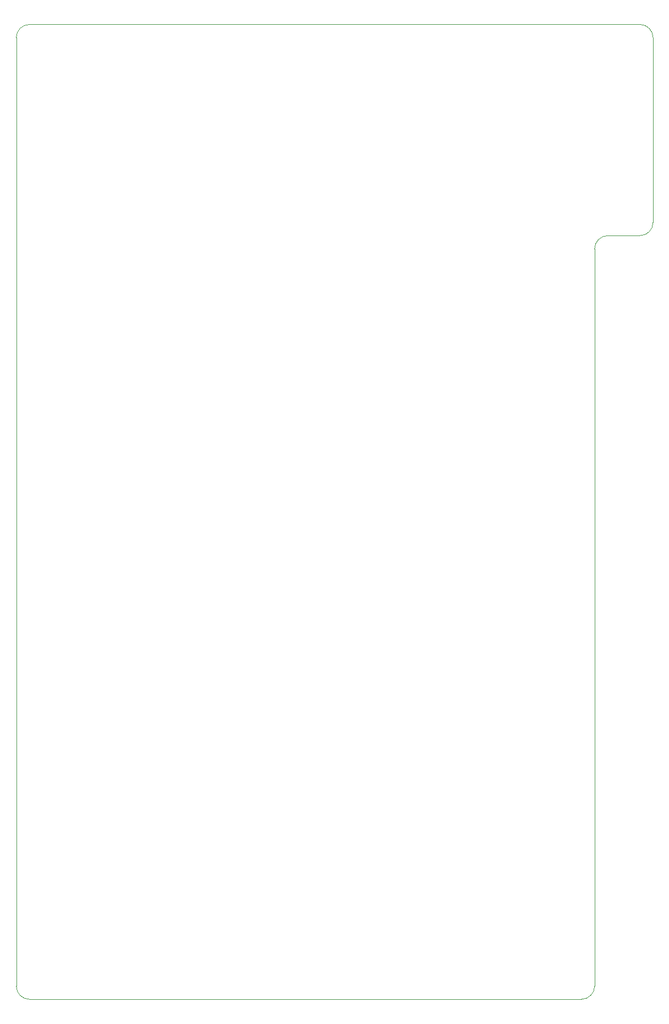
<source format=gbr>
%TF.GenerationSoftware,KiCad,Pcbnew,8.0.0*%
%TF.CreationDate,2024-03-04T15:47:03-08:00*%
%TF.ProjectId,ee110_alpha_board,65653131-305f-4616-9c70-68615f626f61,0.1*%
%TF.SameCoordinates,Original*%
%TF.FileFunction,Profile,NP*%
%FSLAX46Y46*%
G04 Gerber Fmt 4.6, Leading zero omitted, Abs format (unit mm)*
G04 Created by KiCad (PCBNEW 8.0.0) date 2024-03-04 15:47:03*
%MOMM*%
%LPD*%
G01*
G04 APERTURE LIST*
%TA.AperFunction,Profile*%
%ADD10C,0.100000*%
%TD*%
G04 APERTURE END LIST*
D10*
X44032000Y-183000000D02*
X128968000Y-183000000D01*
X133032000Y-65500000D02*
X137968000Y-65500000D01*
X140000000Y-63468000D02*
G75*
G02*
X137968000Y-65500000I-2032000J0D01*
G01*
X42000000Y-35032000D02*
X42000000Y-180968000D01*
X44032000Y-183000000D02*
G75*
G02*
X42000000Y-180968000I0J2032000D01*
G01*
X131000000Y-180968000D02*
G75*
G02*
X128968000Y-183000000I-2032000J0D01*
G01*
X42000000Y-35032000D02*
G75*
G02*
X44032000Y-33000000I2032000J0D01*
G01*
X131000000Y-67532000D02*
G75*
G02*
X133032000Y-65500000I2032000J0D01*
G01*
X140000000Y-63468000D02*
X140000000Y-35032000D01*
X137968000Y-33000000D02*
X44032000Y-33000000D01*
X131000000Y-180968000D02*
X131000000Y-67532000D01*
X137968000Y-33000000D02*
G75*
G02*
X140000000Y-35032000I0J-2032000D01*
G01*
M02*

</source>
